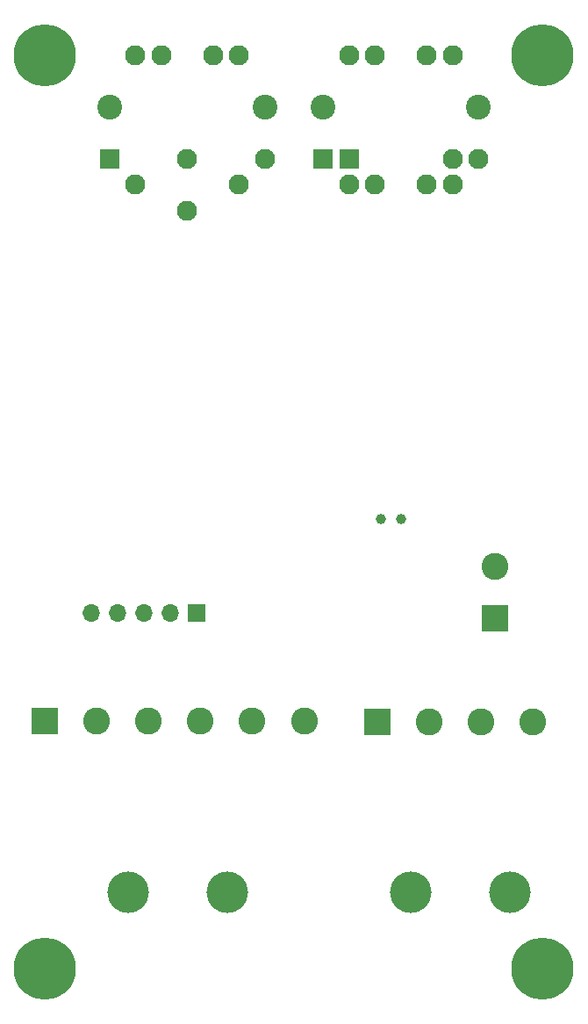
<source format=gbr>
%TF.GenerationSoftware,KiCad,Pcbnew,6.0.10-86aedd382b~118~ubuntu20.04.1*%
%TF.CreationDate,2023-03-12T18:50:47-04:00*%
%TF.ProjectId,coco_serial_rtc,636f636f-5f73-4657-9269-616c5f727463,1.0.0*%
%TF.SameCoordinates,Original*%
%TF.FileFunction,Soldermask,Bot*%
%TF.FilePolarity,Negative*%
%FSLAX46Y46*%
G04 Gerber Fmt 4.6, Leading zero omitted, Abs format (unit mm)*
G04 Created by KiCad (PCBNEW 6.0.10-86aedd382b~118~ubuntu20.04.1) date 2023-03-12 18:50:47*
%MOMM*%
%LPD*%
G01*
G04 APERTURE LIST*
%ADD10C,1.950000*%
%ADD11R,1.950000X1.950000*%
%ADD12C,2.400000*%
%ADD13C,6.000000*%
%ADD14R,2.600000X2.600000*%
%ADD15C,2.600000*%
%ADD16R,1.700000X1.700000*%
%ADD17O,1.700000X1.700000*%
%ADD18C,4.000000*%
%ADD19C,1.000000*%
G04 APERTURE END LIST*
D10*
%TO.C,J4*%
X122575000Y-54250000D03*
X125075000Y-54250000D03*
X132575000Y-54250000D03*
X130075000Y-54250000D03*
X127575000Y-69250000D03*
X135075000Y-64250000D03*
X132575000Y-66750000D03*
X127575000Y-64250000D03*
X122575000Y-66750000D03*
D11*
X120075000Y-64250000D03*
D12*
X135075000Y-59250000D03*
X120075000Y-59250000D03*
%TD*%
D13*
%TO.C,H8*%
X161860000Y-142325000D03*
%TD*%
%TO.C,H7*%
X113860000Y-142325000D03*
%TD*%
%TO.C,H6*%
X161860000Y-54325000D03*
%TD*%
%TO.C,H5*%
X113860000Y-54325000D03*
%TD*%
D14*
%TO.C,J3*%
X145920000Y-118530000D03*
D15*
X150920000Y-118530000D03*
X155920000Y-118530000D03*
X160920000Y-118530000D03*
%TD*%
D14*
%TO.C,J6*%
X157275000Y-108560000D03*
D15*
X157275000Y-103560000D03*
%TD*%
D16*
%TO.C,J1*%
X128500000Y-108060000D03*
D17*
X125960000Y-108060000D03*
X123420000Y-108060000D03*
X120880000Y-108060000D03*
X118340000Y-108060000D03*
%TD*%
D18*
%TO.C,H1*%
X121830000Y-135000000D03*
%TD*%
%TO.C,H3*%
X158710000Y-135000000D03*
%TD*%
D10*
%TO.C,J5*%
X143175000Y-54250000D03*
X145675000Y-54250000D03*
X153175000Y-54250000D03*
X150675000Y-54250000D03*
X153175000Y-64250000D03*
X155675000Y-64250000D03*
X150675000Y-66750000D03*
X153175000Y-66750000D03*
X143175000Y-66750000D03*
X145675000Y-66750000D03*
D11*
X143175000Y-64250000D03*
X140675000Y-64250000D03*
D12*
X155675000Y-59250000D03*
X140675000Y-59250000D03*
%TD*%
D14*
%TO.C,J2*%
X113851000Y-118465000D03*
D15*
X118851000Y-118465000D03*
X123851000Y-118465000D03*
X128851000Y-118465000D03*
X133851000Y-118465000D03*
X138851000Y-118465000D03*
%TD*%
D19*
%TO.C,Y1*%
X146290000Y-99030000D03*
X148190000Y-99030000D03*
%TD*%
D18*
%TO.C,H2*%
X131470000Y-135000000D03*
%TD*%
%TO.C,H4*%
X149160000Y-135000000D03*
%TD*%
M02*

</source>
